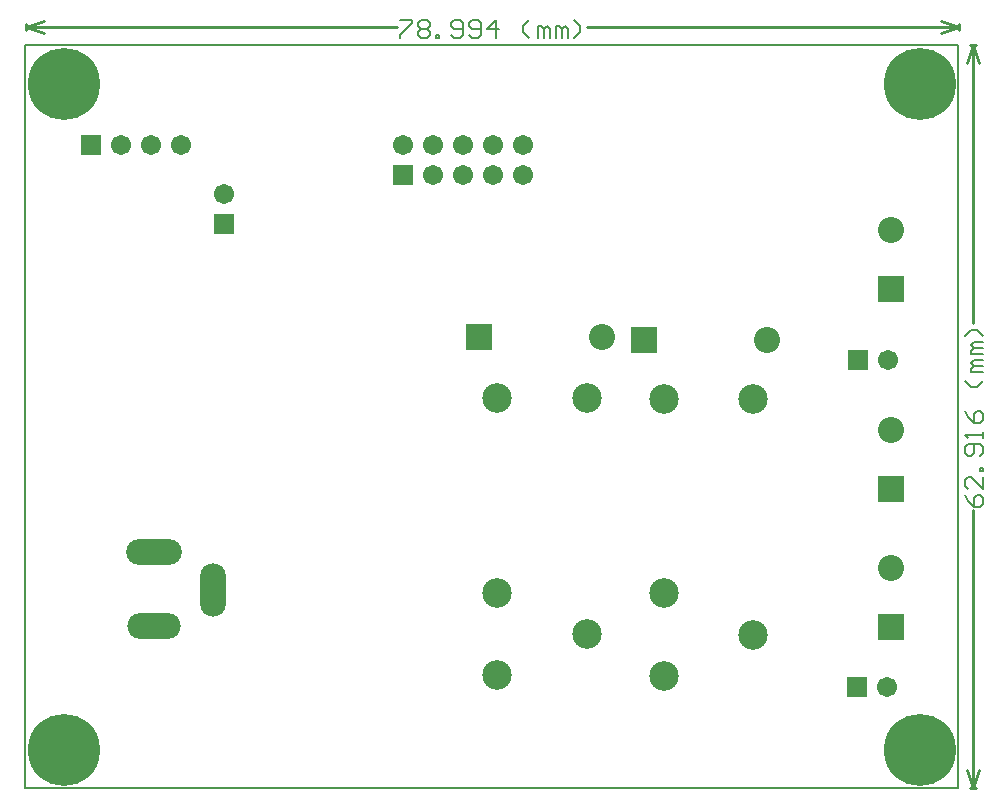
<source format=gbs>
G04 Layer_Color=16711935*
%FSLAX44Y44*%
%MOMM*%
G71*
G01*
G75*
%ADD23C,0.1270*%
%ADD27C,0.2540*%
%ADD28C,2.0160*%
%ADD29C,0.1524*%
%ADD65C,6.1016*%
%ADD66C,1.7032*%
%ADD67R,1.7032X1.7032*%
%ADD68C,2.2040*%
%ADD69R,2.2040X2.2040*%
%ADD70R,2.2032X2.2032*%
%ADD71C,2.2032*%
%ADD72R,1.7032X1.7032*%
%ADD73C,2.5032*%
%ADD74O,2.2032X4.5212*%
%ADD75O,4.5212X2.2032*%
%ADD76O,4.7032X2.2032*%
D23*
X255016Y831342D02*
X1044956D01*
Y202184D02*
Y831342D01*
X255016Y202184D02*
X1044956D01*
X255016D02*
Y831342D01*
D27*
X1054354D02*
X1059434D01*
X1054354Y202184D02*
X1059434D01*
X1056894Y831342D02*
X1061974Y816102D01*
X1051814D02*
X1056894Y831342D01*
Y202184D02*
X1061974Y217424D01*
X1051814D02*
X1056894Y202184D01*
Y595733D02*
Y831342D01*
Y202184D02*
Y437793D01*
X1044977Y843788D02*
Y848868D01*
X255037Y843788D02*
Y848868D01*
X1029737Y841248D02*
X1044977Y846328D01*
X1029737Y851408D02*
X1044977Y846328D01*
X255037D02*
X270277Y841248D01*
X255037Y846328D02*
X270277Y851408D01*
X730246Y846328D02*
X1044977D01*
X255037D02*
X569768D01*
D28*
X351266Y401824D02*
X376266D01*
X413766Y359824D02*
Y379824D01*
X353766Y339824D02*
X373766D01*
D29*
X1050800Y450490D02*
X1053340Y445412D01*
X1058418Y440333D01*
X1063496D01*
X1066036Y442872D01*
Y447951D01*
X1063496Y450490D01*
X1060957D01*
X1058418Y447951D01*
Y440333D01*
X1066036Y465725D02*
Y455568D01*
X1055879Y465725D01*
X1053340D01*
X1050800Y463186D01*
Y458107D01*
X1053340Y455568D01*
X1066036Y470803D02*
X1063496D01*
Y473343D01*
X1066036D01*
Y470803D01*
X1063496Y483499D02*
X1066036Y486038D01*
Y491117D01*
X1063496Y493656D01*
X1053340D01*
X1050800Y491117D01*
Y486038D01*
X1053340Y483499D01*
X1055879D01*
X1058418Y486038D01*
Y493656D01*
X1066036Y498734D02*
Y503813D01*
Y501273D01*
X1050800D01*
X1053340Y498734D01*
X1050800Y521587D02*
X1053340Y516509D01*
X1058418Y511430D01*
X1063496D01*
X1066036Y513969D01*
Y519048D01*
X1063496Y521587D01*
X1060957D01*
X1058418Y519048D01*
Y511430D01*
X1066036Y546979D02*
X1060957Y541900D01*
X1055879D01*
X1050800Y546979D01*
X1066036Y554596D02*
X1055879D01*
Y557135D01*
X1058418Y559675D01*
X1066036D01*
X1058418D01*
X1055879Y562214D01*
X1058418Y564753D01*
X1066036D01*
Y569831D02*
X1055879D01*
Y572370D01*
X1058418Y574910D01*
X1066036D01*
X1058418D01*
X1055879Y577449D01*
X1058418Y579988D01*
X1066036D01*
Y585066D02*
X1060957Y590145D01*
X1055879D01*
X1050800Y585066D01*
X572308Y852421D02*
X582464D01*
Y849882D01*
X572308Y839726D01*
Y837187D01*
X587543Y849882D02*
X590082Y852421D01*
X595160D01*
X597699Y849882D01*
Y847343D01*
X595160Y844804D01*
X597699Y842265D01*
Y839726D01*
X595160Y837187D01*
X590082D01*
X587543Y839726D01*
Y842265D01*
X590082Y844804D01*
X587543Y847343D01*
Y849882D01*
X590082Y844804D02*
X595160D01*
X602778Y837187D02*
Y839726D01*
X605317D01*
Y837187D01*
X602778D01*
X615474Y839726D02*
X618013Y837187D01*
X623091D01*
X625630Y839726D01*
Y849882D01*
X623091Y852421D01*
X618013D01*
X615474Y849882D01*
Y847343D01*
X618013Y844804D01*
X625630D01*
X630709Y839726D02*
X633248Y837187D01*
X638326D01*
X640865Y839726D01*
Y849882D01*
X638326Y852421D01*
X633248D01*
X630709Y849882D01*
Y847343D01*
X633248Y844804D01*
X640865D01*
X653561Y837187D02*
Y852421D01*
X645944Y844804D01*
X656100D01*
X681492Y837187D02*
X676414Y842265D01*
Y847343D01*
X681492Y852421D01*
X689110Y837187D02*
Y847343D01*
X691649D01*
X694188Y844804D01*
Y837187D01*
Y844804D01*
X696727Y847343D01*
X699267Y844804D01*
Y837187D01*
X704345D02*
Y847343D01*
X706884D01*
X709423Y844804D01*
Y837187D01*
Y844804D01*
X711962Y847343D01*
X714502Y844804D01*
Y837187D01*
X719580D02*
X724658Y842265D01*
Y847343D01*
X719580Y852421D01*
D65*
X288036Y798830D02*
D03*
X1012190D02*
D03*
X288036Y234696D02*
D03*
X1012444Y234442D02*
D03*
D66*
X676656Y746760D02*
D03*
Y721360D02*
D03*
X651256Y746760D02*
D03*
Y721360D02*
D03*
X625856Y746760D02*
D03*
Y721360D02*
D03*
X600456Y746760D02*
D03*
Y721360D02*
D03*
X575056Y746760D02*
D03*
X387096Y746506D02*
D03*
X361696D02*
D03*
X336296D02*
D03*
X985520Y565150D02*
D03*
X984250Y288290D02*
D03*
X422910Y705358D02*
D03*
D67*
X575056Y721360D02*
D03*
X310896Y746506D02*
D03*
X960120Y565150D02*
D03*
X958850Y288290D02*
D03*
D68*
X988060Y388620D02*
D03*
Y505460D02*
D03*
Y674840D02*
D03*
D69*
Y338620D02*
D03*
Y455460D02*
D03*
Y624840D02*
D03*
D70*
X778280Y581660D02*
D03*
X638580Y584200D02*
D03*
D71*
X882880Y581660D02*
D03*
X743180Y584200D02*
D03*
D72*
X422910Y679958D02*
D03*
D73*
X654250Y297740D02*
D03*
X730250Y332740D02*
D03*
X654250Y367740D02*
D03*
X730250Y532740D02*
D03*
X654250D02*
D03*
X795220Y297130D02*
D03*
X871220Y332130D02*
D03*
X795220Y367130D02*
D03*
X871220Y532130D02*
D03*
X795220D02*
D03*
D74*
X413766Y369824D02*
D03*
D75*
X363766Y339824D02*
D03*
D76*
Y401824D02*
D03*
M02*

</source>
